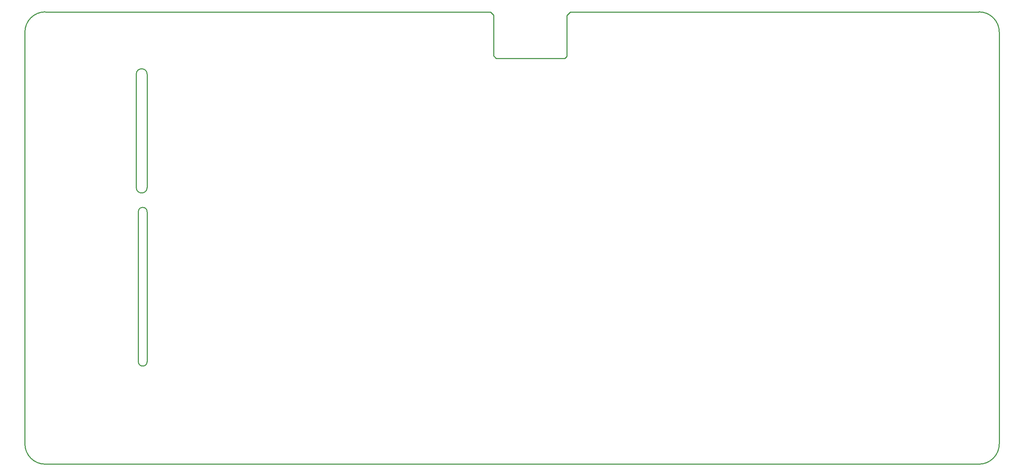
<source format=gko>
G04 Layer: BoardOutlineLayer*
G04 EasyEDA v6.5.48, 2025-03-05 09:15:20*
G04 46f63332791e42a8a8f84cc4274b5eef,c1046fc99c6340e49b79c231b7c3a508,10*
G04 Gerber Generator version 0.2*
G04 Scale: 100 percent, Rotated: No, Reflected: No *
G04 Dimensions in millimeters *
G04 leading zeros omitted , absolute positions ,4 integer and 5 decimal *
%FSLAX45Y45*%
%MOMM*%

%ADD10C,0.2540*%
D10*
X11404091Y0D02*
G01*
X11468100Y0D01*
X11544300Y-76200D01*
X11544300Y-1079500D01*
X11607800Y-1143000D01*
X13296900Y-1143000D01*
X13347700Y-1092200D01*
X13347700Y-88392D01*
X13436091Y0D01*
X23499952Y-11149977D02*
G01*
X499998Y-11149977D01*
X2794000Y-4927600D02*
G01*
X2794000Y-8623300D01*
X3009900Y-1536700D02*
G01*
X3009900Y-4330700D01*
X2743200Y-1536700D02*
G01*
X2743200Y-4330700D01*
X3009900Y-4927600D02*
G01*
X3009900Y-8623300D01*
X13436091Y0D02*
G01*
X13530605Y0D01*
X13530605Y0D02*
G01*
X23499952Y0D01*
X11404091Y0D02*
G01*
X499998Y0D01*
X0Y-10649978D02*
G01*
X0Y-499998D01*
X23999952Y-499998D02*
G01*
X23999952Y-10649978D01*
G75*
G01*
X23499953Y0D02*
G02*
X23999952Y-499999I0J-499999D01*
G75*
G01*
X0Y-499999D02*
G02*
X499999Y0I499999J0D01*
G75*
G01*
X499999Y-11149978D02*
G02*
X0Y-10649979I0J499999D01*
G75*
G01*
X2794000Y-8623300D02*
G03*
X3009900Y-8623300I107950J0D01*
G75*
G01*
X2794000Y-4927600D02*
G02*
X3009900Y-4927600I107950J0D01*
G75*
G01*
X2743200Y-1536700D02*
G02*
X3009900Y-1536700I133350J0D01*
G75*
G01*
X2743200Y-4330700D02*
G03*
X3009900Y-4330700I133350J0D01*
G75*
G01*
X23999952Y-10649979D02*
G02*
X23499953Y-11149978I-499999J0D01*

%LPD*%
M02*

</source>
